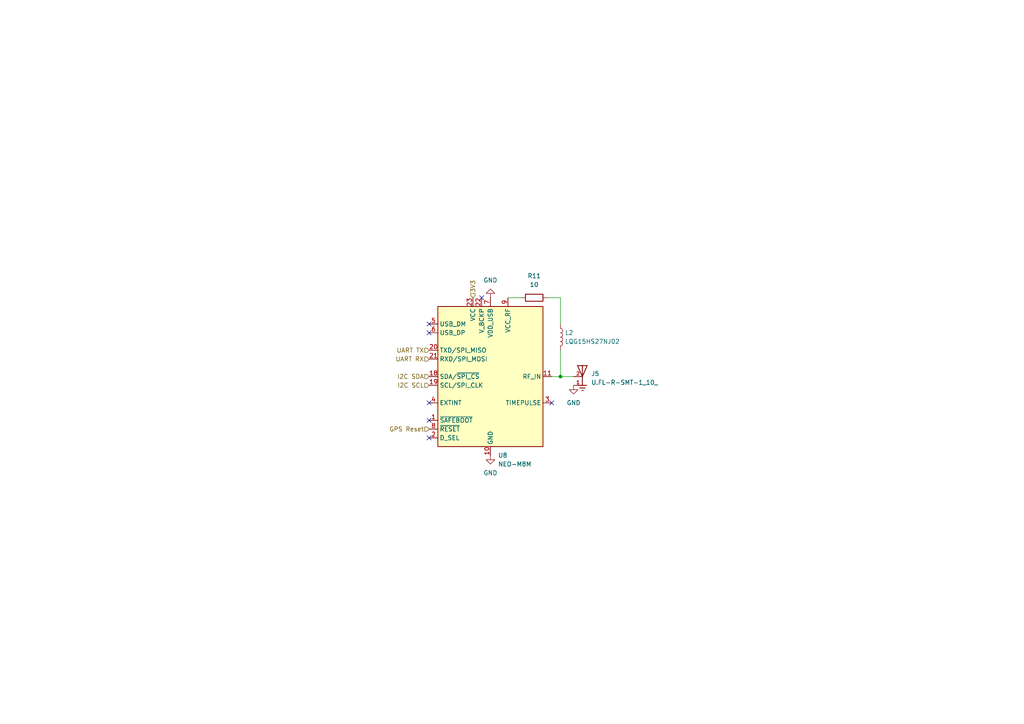
<source format=kicad_sch>
(kicad_sch (version 20231120) (generator "eeschema") (generator_version "8.0")
  (paper "A4")
  (lib_symbols
    (symbol "Device:L" (pin_numbers hide) (pin_names (offset 1.016) hide)
      (property "Reference" "L" (at -1.27 0 90))
      (property "Value" "L" (at 1.905 0 90))
      (symbol "L_0_1"
        (arc (start 0 -2.54) (mid 0.6323 -1.905) (end 0 -1.27))
        (arc (start 0 -1.27) (mid 0.6323 -0.635) (end 0 0))
        (arc (start 0 0) (mid 0.6323 0.635) (end 0 1.27))
        (arc (start 0 1.27) (mid 0.6323 1.905) (end 0 2.54))
      )
      (symbol "L_1_1"
        (pin passive line (at 0 3.81 270) (length 1.27) (name "1") (number "1"))
        (pin passive line (at 0 -3.81 90) (length 1.27) (name "2") (number "2"))
      )
    )
    (symbol "Device:R" (pin_numbers hide) (pin_names (offset 0))
      (property "Reference" "R" (at 2.032 0 90))
      (property "Value" "R" (at 0 0 90))
      (symbol "R_0_1"
        (rectangle (start -1.016 -2.54) (end 1.016 2.54) (stroke (width 0.254)))
      )
      (symbol "R_1_1"
        (pin passive line (at 0 3.81 270) (length 1.27) (name "~") (number "1"))
        (pin passive line (at 0 -3.81 90) (length 1.27) (name "~") (number "2"))
      )
    )
    (symbol "RF_Connector_U-FL:U.FL-R-SMT-1_10_" (pin_names (offset 1.016))
      (property "Reference" "J" (at -2.5406 5.0869 0))
      (property "Value" "U.FL-R-SMT-1_10_" (at -2.6677 -7.6346 0))
      (symbol "U.FL-R-SMT-1_10__0_0"
        (polyline (pts (xy -1.397 3.175) (xy 0 3.175)) (stroke (width 0.254)))
        (polyline (pts (xy -0.762 -3.302) (xy 0.762 -3.302)) (stroke (width 0.254)))
        (polyline (pts (xy -0.127 -4.064) (xy 0.254 -4.064)) (stroke (width 0.254)))
        (polyline (pts (xy 0 -2.54) (xy -1.27 -2.54)) (stroke (width 0.254)))
        (polyline (pts (xy 0 -2.54) (xy 1.27 -2.54)) (stroke (width 0.254)))
        (polyline (pts (xy 0 0) (xy -1.397 3.175)) (stroke (width 0.254)))
        (polyline (pts (xy 0 0) (xy 0 -2.54)) (stroke (width 0.254)))
        (polyline (pts (xy 0 3.175) (xy 0 0)) (stroke (width 0.254)))
        (polyline (pts (xy 0 3.175) (xy 1.397 3.175)) (stroke (width 0.254)))
        (polyline (pts (xy 1.397 3.175) (xy 0 0)) (stroke (width 0.254)))
        (pin passive line (at -2.54 -2.54 0) (length 2.54) (name "~") (number "1"))
        (pin passive line (at -2.54 0 0) (length 2.54) (name "~") (number "2"))
      )
    )
    (symbol "RF_GPS:NEO-M8M"
      (property "Reference" "U" (at -13.97 21.59 0))
      (property "Value" "NEO-M8M" (at 11.43 21.59 0))
      (symbol "NEO-M8M_0_1"
        (rectangle (start -15.24 20.32) (end 15.24 -20.32) (stroke (width 0.254)) (fill (type background)))
      )
      (symbol "NEO-M8M_1_1"
        (pin input line (at -17.78 -12.7 0) (length 2.54) (name "~{SAFEBOOT}") (number "1"))
        (pin power_in line (at 0 -22.86 90) (length 2.54) (name "GND") (number "10"))
        (pin input line (at 17.78 0 180) (length 2.54) (name "RF_IN") (number "11"))
        (pin passive line (at 0 -22.86 90) (length 2.54) hide (name "GND") (number "12"))
        (pin passive line (at 0 -22.86 90) (length 2.54) hide (name "GND") (number "13"))
        (pin no_connect line (at 15.24 -10.16 180) (length 2.54) hide (name "RESERVED") (number "14"))
        (pin no_connect line (at 15.24 -12.7 180) (length 2.54) hide (name "RESERVED") (number "15"))
        (pin no_connect line (at 15.24 -15.24 180) (length 2.54) hide (name "RESERVED") (number "16"))
        (pin no_connect line (at 15.24 -17.78 180) (length 2.54) hide (name "RESERVED") (number "17"))
        (pin bidirectional line (at -17.78 0 0) (length 2.54) (name "SDA/~{SPI_CS}") (number "18"))
        (pin input line (at -17.78 -2.54 0) (length 2.54) (name "SCL/SPI_CLK") (number "19"))
        (pin input line (at -17.78 -17.78 0) (length 2.54) (name "D_SEL") (number "2"))
        (pin output line (at -17.78 7.62 0) (length 2.54) (name "TXD/SPI_MISO") (number "20"))
        (pin input line (at -17.78 5.08 0) (length 2.54) (name "RXD/SPI_MOSI") (number "21"))
        (pin power_in line (at -2.54 22.86 270) (length 2.54) (name "V_BCKP") (number "22"))
        (pin power_in line (at -5.08 22.86 270) (length 2.54) (name "VCC") (number "23"))
        (pin passive line (at 0 -22.86 90) (length 2.54) hide (name "GND") (number "24"))
        (pin output line (at 17.78 -7.62 180) (length 2.54) (name "TIMEPULSE") (number "3"))
        (pin input line (at -17.78 -7.62 0) (length 2.54) (name "EXTINT") (number "4"))
        (pin bidirectional line (at -17.78 15.24 0) (length 2.54) (name "USB_DM") (number "5"))
        (pin bidirectional line (at -17.78 12.7 0) (length 2.54) (name "USB_DP") (number "6"))
        (pin power_in line (at 0 22.86 270) (length 2.54) (name "VDD_USB") (number "7"))
        (pin input line (at -17.78 -15.24 0) (length 2.54) (name "~{RESET}") (number "8"))
        (pin power_out line (at 5.08 22.86 270) (length 2.54) (name "VCC_RF") (number "9"))
      )
    )
    (symbol "power:GND" (power) (pin_numbers hide) (pin_names (offset 0) hide)
      (property "Value" "GND" (at 0 -3.81 0))
      (symbol "GND_0_1"
        (polyline (pts (xy 0 0) (xy 0 -1.27) (xy 1.27 -1.27) (xy 0 -2.54) (xy -1.27 -1.27) (xy 0 -1.27)))
      )
      (symbol "GND_1_1"
        (pin power_in line (at 0 0 270) (length 0) (name "~") (number "1"))
      )
    )
  )
  (junction (at 162.56 109.22))
  (no_connect (at 124.46 96.52))
  (no_connect (at 124.46 93.98))
  (no_connect (at 139.7 86.36))
  (no_connect (at 160.02 116.84))
  (no_connect (at 124.46 127))
  (no_connect (at 124.46 116.84))
  (no_connect (at 124.46 121.92))
  (wire (pts (xy 162.56 109.22) (xy 166.37 109.22)))
  (wire (pts (xy 162.56 86.36) (xy 162.56 93.98)))
  (wire (pts (xy 162.56 101.6) (xy 162.56 109.22)))
  (wire (pts (xy 147.32 86.36) (xy 151.13 86.36)))
  (wire (pts (xy 162.56 86.36) (xy 158.75 86.36)))
  (wire (pts (xy 160.02 109.22) (xy 162.56 109.22)))
  (hierarchical_label "UART TX" (shape input) (at 124.46 101.6 180))
  (hierarchical_label "I2C SCL" (shape input) (at 124.46 111.76 180))
  (hierarchical_label "I2C SDA" (shape input) (at 124.46 109.22 180))
  (hierarchical_label "GPS Reset" (shape input) (at 124.46 124.46 180))
  (hierarchical_label "UART RX" (shape input) (at 124.46 104.14 180))
  (hierarchical_label "3V3" (shape input) (at 137.16 86.36 90))
  (symbol (lib_id "Device:R") (at 154.94 86.36 90) (unit 1)
    (property "Reference" "R11" (at 154.94 80.01 90))
    (property "Value" "10" (at 154.94 82.55 90))
    (property "Description" "Resistor" (effects (hide yes)))
  )
  (symbol (lib_id "power:GND") (at 166.37 111.76 0) (unit 1)
    (property "Reference" "#PWR073" (effects (hide yes)))
    (property "Value" "GND" (at 166.37 116.84 0))
    (property "Description" "Power symbol creates a global label with name \"GND\" , ground" (effects (hide yes)))
  )
  (symbol (lib_id "power:GND") (at 142.24 132.08 0) (unit 1)
    (property "Reference" "#PWR062" (effects (hide yes)))
    (property "Value" "GND" (at 142.24 137.16 0))
    (property "Description" "Power symbol creates a global label with name \"GND\" , ground" (effects (hide yes)))
  )
  (symbol (lib_id "RF_Connector_U-FL:U.FL-R-SMT-1_10_") (at 168.91 109.22 0) (unit 1)
    (property "Reference" "J5" (at 171.45 108.3944 0) (effects (justify left)))
    (property "Value" "U.FL-R-SMT-1_10_" (at 171.45 110.9344 0) (effects (justify left)))
    (property "Footprint" "U.FL-R-SMT-1_10_:HRS_U.FL-R-SMT-1_10_" (effects (hide yes)))
    (property "Description" "U.FL Series 6 Ghz 50 Ohm Ultra-small SMT Coaxial Cable Receptacle" (effects (hide yes)))
    (property "PACKAGE" "None" (effects (hide yes)))
    (property "PRICE" "0.71 USD" (effects (hide yes)))
    (property "STANDARD" "Manufacturer Recommendation" (effects (hide yes)))
    (property "MP" "U.FL-R-SMT-1_10_" (effects (hide yes)))
    (property "AVAILABILITY" "Good" (effects (hide yes)))
    (property "MANUFACTURER" "Hirose" (effects (hide yes)))
  )
  (symbol (lib_id "power:GND") (at 142.24 86.36 180) (unit 1)
    (property "Reference" "#PWR061" (effects (hide yes)))
    (property "Value" "GND" (at 142.24 81.28 0))
    (property "Description" "Power symbol creates a global label with name \"GND\" , ground" (effects (hide yes)))
  )
  (symbol (lib_id "RF_GPS:NEO-M8M") (at 142.24 109.22 0) (unit 1)
    (property "Reference" "U8" (at 144.4341 132.08 0) (effects (justify left)))
    (property "Value" "NEO-M8M" (at 144.4341 134.62 0) (effects (justify left)))
    (property "Footprint" "RF_GPS:ublox_NEO" (effects (hide yes)))
    (property "Datasheet" "https://content.u-blox.com/sites/default/files/NEO-M8-FW3_DataSheet_UBX-15031086.pdf" (effects (hide yes)))
    (property "Description" "GNSS Module NEO M8, VCC 2.7V to 3.6V" (effects (hide yes)))
  )
  (symbol (lib_id "Device:L") (at 162.56 97.79 0) (unit 1)
    (property "Reference" "L2" (at 163.83 96.5199 0) (effects (justify left)))
    (property "Value" "LQG15HS27NJ02" (at 163.83 99.0599 0) (effects (justify left)))
    (property "Description" "Inductor" (effects (hide yes)))
  )
)
</source>
